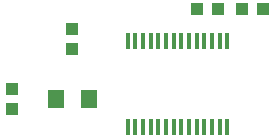
<source format=gtp>
G75*
%MOIN*%
%OFA0B0*%
%FSLAX25Y25*%
%IPPOS*%
%LPD*%
%AMOC8*
5,1,8,0,0,1.08239X$1,22.5*
%
%ADD10R,0.03937X0.04331*%
%ADD11R,0.04331X0.03937*%
%ADD12R,0.05512X0.06299*%
%ADD13R,0.01370X0.05500*%
D10*
X0443333Y0038904D03*
X0443333Y0045596D03*
X0463333Y0058904D03*
X0463333Y0065596D03*
D11*
X0504987Y0072250D03*
X0511680Y0072250D03*
X0519987Y0072250D03*
X0526680Y0072250D03*
D12*
X0468845Y0042250D03*
X0457822Y0042250D03*
D13*
X0481699Y0032856D03*
X0484259Y0032856D03*
X0486818Y0032856D03*
X0489377Y0032856D03*
X0491936Y0032856D03*
X0494495Y0032856D03*
X0497054Y0032856D03*
X0499613Y0032856D03*
X0502172Y0032856D03*
X0504731Y0032856D03*
X0507290Y0032856D03*
X0509849Y0032856D03*
X0512408Y0032856D03*
X0514967Y0032856D03*
X0514967Y0061644D03*
X0512408Y0061644D03*
X0509849Y0061644D03*
X0507290Y0061644D03*
X0504731Y0061644D03*
X0502172Y0061644D03*
X0499613Y0061644D03*
X0497054Y0061644D03*
X0494495Y0061644D03*
X0491936Y0061644D03*
X0489377Y0061644D03*
X0486818Y0061644D03*
X0484259Y0061644D03*
X0481699Y0061644D03*
M02*

</source>
